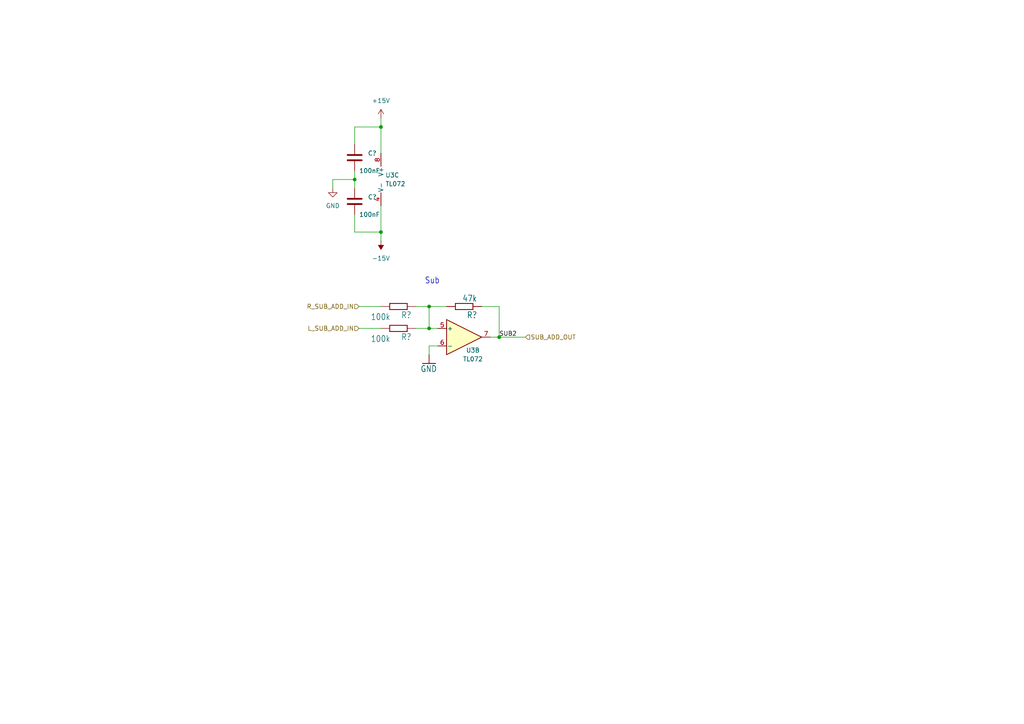
<source format=kicad_sch>
(kicad_sch (version 20211123) (generator eeschema)
  (paper "A4")
  (lib_symbols
    (symbol "Amplifier_Operational:TL072" (pin_names (offset 0.127))
      (property "Reference" "U" (at 0 5.08 0))
      (property "Value" "TL072" (at 0 -5.08 0))
      (symbol "TL072_1_1"
        (polyline (pts (xy -5.08 5.08) (xy 5.08 0) (xy -5.08 -5.08) (xy -5.08 5.08)) (stroke (width 0.254)) (fill (type background)))
        (pin output line (at 7.62 0 180) (length 2.54) (name "~") (number "1"))
        (pin input line (at -7.62 -2.54 0) (length 2.54) (name "-") (number "2"))
        (pin input line (at -7.62 2.54 0) (length 2.54) (name "+") (number "3"))
      )
      (symbol "TL072_2_1"
        (polyline (pts (xy -5.08 5.08) (xy 5.08 0) (xy -5.08 -5.08) (xy -5.08 5.08)) (stroke (width 0.254)) (fill (type background)))
        (pin input line (at -7.62 2.54 0) (length 2.54) (name "+") (number "5"))
        (pin input line (at -7.62 -2.54 0) (length 2.54) (name "-") (number "6"))
        (pin output line (at 7.62 0 180) (length 2.54) (name "~") (number "7"))
      )
      (symbol "TL072_3_1"
        (pin power_in line (at -2.54 -7.62 90) (length 3.81) (name "V-") (number "4"))
        (pin power_in line (at -2.54 7.62 270) (length 3.81) (name "V+") (number "8"))
      )
    )
    (symbol "Device:C" (pin_numbers hide) (pin_names (offset 0.254))
      (property "Reference" "C" (at 0.635 2.54 0))
      (property "Value" "C" (at 0.635 -2.54 0))
      (symbol "C_0_1"
        (polyline (pts (xy -2.032 -0.762) (xy 2.032 -0.762)) (stroke (width 0.508)))
        (polyline (pts (xy -2.032 0.762) (xy 2.032 0.762)) (stroke (width 0.508)))
      )
      (symbol "C_1_1"
        (pin passive line (at 0 3.81 270) (length 2.794) (name "~") (number "1"))
        (pin passive line (at 0 -3.81 90) (length 2.794) (name "~") (number "2"))
      )
    )
    (symbol "Steuerungsmodul-eagle-import:GND" (power)
      (property "Value" "GND" (at -2.54 -2.54 0))
      (symbol "GND_1_0"
        (polyline (pts (xy -1.905 0) (xy 1.905 0)) (stroke (width 0.254)))
        (pin power_in line (at 0 2.54 270) (length 2.54) (name "GND") (number "1"))
      )
    )
    (symbol "Steuerungsmodul-eagle-import:R-EU_M0805"
      (property "Reference" "R" (at -3.81 1.4986 0))
      (property "Value" "R-EU_M0805" (at -3.81 -3.302 0))
      (symbol "R-EU_M0805_1_0"
        (polyline (pts (xy -2.54 -0.889) (xy -2.54 0.889)) (stroke (width 0.254)))
        (polyline (pts (xy -2.54 -0.889) (xy 2.54 -0.889)) (stroke (width 0.254)))
        (polyline (pts (xy 2.54 -0.889) (xy 2.54 0.889)) (stroke (width 0.254)))
        (polyline (pts (xy 2.54 0.889) (xy -2.54 0.889)) (stroke (width 0.254)))
        (pin passive line (at -5.08 0 0) (length 2.54) (name "1") (number "1"))
        (pin passive line (at 5.08 0 180) (length 2.54) (name "2") (number "2"))
      )
    )
    (symbol "power:+15V" (power) (pin_names (offset 0))
      (property "Value" "+15V" (at 0 3.556 0))
      (symbol "+15V_0_1"
        (polyline (pts (xy -0.762 1.27) (xy 0 2.54)))
        (polyline (pts (xy 0 0) (xy 0 2.54)))
        (polyline (pts (xy 0 2.54) (xy 0.762 1.27)))
      )
      (symbol "+15V_1_1"
        (pin power_in line (at 0 0 90) (length 0) hide (name "+15V") (number "1"))
      )
    )
    (symbol "power:-15V" (power) (pin_names (offset 0))
      (property "Value" "-15V" (at 0 3.81 0))
      (symbol "-15V_0_0"
        (pin power_in line (at 0 0 90) (length 0) hide (name "-15V") (number "1"))
      )
      (symbol "-15V_0_1"
        (polyline (pts (xy 0 0) (xy 0 1.27) (xy 0.762 1.27) (xy 0 2.54) (xy -0.762 1.27) (xy 0 1.27)) (fill (type outline)))
      )
    )
    (symbol "power:GND" (power) (pin_names (offset 0))
      (property "Value" "GND" (at 0 -3.81 0))
      (symbol "GND_0_1"
        (polyline (pts (xy 0 0) (xy 0 -1.27) (xy 1.27 -1.27) (xy 0 -2.54) (xy -1.27 -1.27) (xy 0 -1.27)))
      )
      (symbol "GND_1_1"
        (pin power_in line (at 0 0 270) (length 0) hide (name "GND") (number "1"))
      )
    )
  )
  (junction (at 102.87 52.07))
  (junction (at 110.49 67.31))
  (junction (at 144.78 97.79))
  (junction (at 110.49 36.83))
  (junction (at 124.46 88.9))
  (junction (at 124.46 95.25))
  (wire (pts (xy 102.87 54.61) (xy 102.87 52.07)))
  (wire (pts (xy 102.87 67.31) (xy 110.49 67.31)))
  (wire (pts (xy 144.78 97.79) (xy 152.4 97.79)))
  (wire (pts (xy 110.49 59.69) (xy 110.49 67.31)))
  (wire (pts (xy 96.52 52.07) (xy 96.52 54.61)))
  (wire (pts (xy 139.7 88.9) (xy 144.78 88.9)))
  (wire (pts (xy 102.87 36.83) (xy 110.49 36.83)))
  (wire (pts (xy 102.87 52.07) (xy 102.87 49.53)))
  (wire (pts (xy 102.87 52.07) (xy 96.52 52.07)))
  (wire (pts (xy 110.49 67.31) (xy 110.49 69.85)))
  (wire (pts (xy 124.46 95.25) (xy 127 95.25)))
  (wire (pts (xy 142.24 97.79) (xy 144.78 97.79)))
  (wire (pts (xy 144.78 97.79) (xy 144.78 88.9)))
  (wire (pts (xy 104.14 88.9) (xy 110.49 88.9)))
  (wire (pts (xy 110.49 36.83) (xy 110.49 34.29)))
  (wire (pts (xy 102.87 41.91) (xy 102.87 36.83)))
  (wire (pts (xy 124.46 88.9) (xy 129.54 88.9)))
  (wire (pts (xy 120.65 88.9) (xy 124.46 88.9)))
  (wire (pts (xy 124.46 88.9) (xy 124.46 95.25)))
  (wire (pts (xy 110.49 44.45) (xy 110.49 36.83)))
  (wire (pts (xy 120.65 95.25) (xy 124.46 95.25)))
  (wire (pts (xy 124.46 100.33) (xy 127 100.33)))
  (wire (pts (xy 102.87 62.23) (xy 102.87 67.31)))
  (wire (pts (xy 124.46 102.87) (xy 124.46 100.33)))
  (wire (pts (xy 104.14 95.25) (xy 110.49 95.25)))
  (text "Sub" (at 123.19 82.55 180) (effects (font (size 1.778 1.5113)) (justify left bottom)))
  (label "SUB2" (at 144.78 97.79 0) (effects (font (size 1.2446 1.2446))))
  (hierarchical_label "L_SUB_ADD_IN" (shape input) (at 104.14 95.25 180))
  (hierarchical_label "R_SUB_ADD_IN" (shape input) (at 104.14 88.9 180))
  (hierarchical_label "SUB_ADD_OUT" (shape input) (at 152.4 97.79 0))
  (symbol (lib_id "Device:C") (at 102.87 58.42 0) (unit 1)
    (property "Reference" "C?" (at 106.68 57.1499 0) (effects (justify left)))
    (property "Value" "100nF" (at 104.14 62.23 0) (effects (justify left)))
    (property "Footprint" "Capacitor_SMD:C_0805_2012Metric" (effects hide))
  )
  (symbol (lib_id "Amplifier_Operational:TL072") (at 134.62 97.79 0) (unit 2)
    (property "Reference" "U3" (at 137.16 101.6 0))
    (property "Value" "TL072" (at 137.16 104.14 0))
    (property "Datasheet" "http://www.ti.com/lit/ds/symlink/tl071.pdf" (effects hide))
  )
  (symbol (lib_id "Steuerungsmodul-eagle-import:R-EU_M0805") (at 115.57 88.9 180) (unit 1)
    (property "Reference" "R?" (at 119.38 90.3986 0) (effects (font (size 1.778 1.5113)) (justify left bottom)))
    (property "Value" "100k" (at 113.284 90.932 0) (effects (font (size 1.778 1.5113)) (justify left bottom)))
    (property "Footprint" "Steuerungsmodul:M0805" (effects hide))
  )
  (symbol (lib_id "power:+15V") (at 110.49 34.29 0) (unit 1)
    (property "Reference" "#PWR?" (effects hide))
    (property "Value" "+15V" (at 110.49 29.21 0))
  )
  (symbol (lib_id "power:-15V") (at 110.49 69.85 180) (unit 1)
    (property "Reference" "#PWR?" (effects hide))
    (property "Value" "-15V" (at 110.49 74.93 0))
  )
  (symbol (lib_id "power:GND") (at 96.52 54.61 0) (unit 1)
    (property "Reference" "#PWR?" (effects hide))
    (property "Value" "GND" (at 96.52 59.69 0))
  )
  (symbol (lib_id "Steuerungsmodul-eagle-import:R-EU_M0805") (at 115.57 95.25 180) (unit 1)
    (property "Reference" "R?" (at 119.38 96.7486 0) (effects (font (size 1.778 1.5113)) (justify left bottom)))
    (property "Value" "100k" (at 113.284 97.282 0) (effects (font (size 1.778 1.5113)) (justify left bottom)))
    (property "Footprint" "Steuerungsmodul:M0805" (effects hide))
  )
  (symbol (lib_id "Steuerungsmodul-eagle-import:R-EU_M0805") (at 134.62 88.9 180) (unit 1)
    (property "Reference" "R?" (at 138.43 90.3986 0) (effects (font (size 1.778 1.5113)) (justify left bottom)))
    (property "Value" "47k" (at 138.43 85.598 0) (effects (font (size 1.778 1.5113)) (justify left bottom)))
    (property "Footprint" "Steuerungsmodul:M0805" (effects hide))
  )
  (symbol (lib_id "Steuerungsmodul-eagle-import:GND") (at 124.46 105.41 0) (unit 1)
    (property "Reference" "#GND?" (effects hide))
    (property "Value" "GND" (at 121.92 107.95 0) (effects (font (size 1.778 1.5113)) (justify left bottom)))
    (property "Footprint" "Steuerungsmodul:" (effects hide))
  )
  (symbol (lib_id "Device:C") (at 102.87 45.72 0) (unit 1)
    (property "Reference" "C?" (at 106.68 44.4499 0) (effects (justify left)))
    (property "Value" "100nF" (at 104.14 49.53 0) (effects (justify left)))
    (property "Footprint" "Capacitor_SMD:C_0805_2012Metric" (effects hide))
  )
  (symbol (lib_id "Amplifier_Operational:TL072") (at 113.03 52.07 0) (unit 3)
    (property "Reference" "U3" (at 111.76 50.7999 0) (effects (justify left)))
    (property "Value" "TL072" (at 111.76 53.3399 0) (effects (justify left)))
    (property "Datasheet" "http://www.ti.com/lit/ds/symlink/tl071.pdf" (effects hide))
  )
)
</source>
